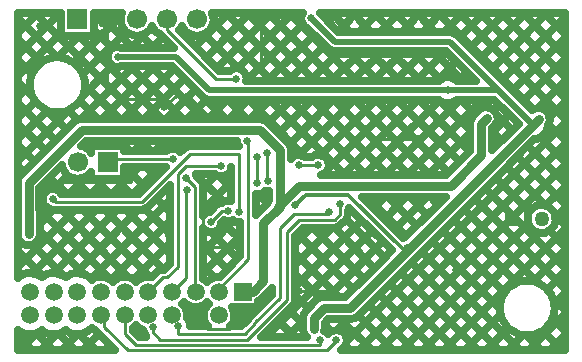
<source format=gbr>
G04 DipTrace 2.4.0.2*
%INBottom.gbr*%
%MOIN*%
%ADD14C,0.01*%
%ADD16C,0.02*%
%ADD18C,0.03*%
%ADD19C,0.012*%
%ADD20C,0.025*%
%ADD23C,0.05*%
%ADD24R,0.05X0.05*%
%ADD27R,0.0669X0.0669*%
%ADD28C,0.0669*%
%ADD29R,0.0591X0.0591*%
%ADD30C,0.0591*%
%FSLAX44Y44*%
G04*
G70*
G90*
G75*
G01*
%LNBottom*%
%LPD*%
X8827Y5077D2*
D14*
Y4897D1*
X9067Y4657D1*
X11977D1*
X13297Y5977D1*
Y8227D1*
X13717Y8647D1*
X14887D1*
X15067Y8827D1*
Y9187D1*
X14407Y4627D2*
Y4477D1*
X8257D1*
X7890Y4844D1*
Y5460D1*
X14947Y4627D2*
Y4597D1*
X14647Y4297D1*
X7987D1*
X7207Y5077D1*
Y5355D1*
X7103Y5460D1*
X11347Y8947D2*
X11137D1*
X10777Y8587D1*
X11707Y8917D2*
Y10837D1*
X10057D1*
X8467Y9247D1*
X5587D1*
X5497Y9337D1*
X9487Y10687D2*
X7447D1*
X7327Y10567D1*
X12637Y10867D2*
Y9937D1*
X12667D1*
X9307Y15337D2*
Y14977D1*
X10927Y13357D1*
X11617D1*
X12307Y10747D2*
Y9877D1*
X9465Y6247D2*
X9937Y6719D1*
Y9607D1*
X9967Y9637D1*
X11977Y11287D2*
X12007D1*
Y7327D1*
X10927Y6247D1*
X11040D1*
X13687Y10477D2*
X14347D1*
X11107Y10447D2*
X9937D1*
X9667Y10177D1*
Y7087D1*
X9307Y6727D1*
X9157D1*
X8677Y6247D1*
X9667Y5107D2*
Y4837D1*
X11887D1*
X12247Y5197D1*
Y5227D1*
X13057Y6037D1*
Y8377D1*
X13537Y8857D1*
X14647D1*
X14707Y8917D1*
X10252Y6247D2*
X10237D1*
Y9757D1*
X9937Y10057D1*
X14197Y5017D2*
D18*
Y5377D1*
X14527Y5707D1*
X15397D1*
X17377Y7687D1*
X17287D1*
X17317Y7717D1*
X17407D1*
X21503Y11813D1*
X21697Y12007D1*
X21503Y11813D2*
D16*
X20350Y12967D1*
X18730Y14587D1*
X14887D1*
X14107Y15367D1*
X7657Y14077D2*
X9607D1*
X10717Y12967D1*
X18667D1*
X20350D1*
X18667D2*
D3*
X17347Y7717D2*
D18*
X17377Y7687D1*
X17317Y7717D2*
D19*
Y7597D1*
X17227D1*
X15337Y9487D1*
X13927D1*
X13567Y9127D1*
X11827Y6247D2*
D18*
X12157D1*
X12517Y6607D1*
Y8527D1*
X13057Y9067D1*
X12997D1*
X13717Y9787D1*
X18757D1*
X19777Y10807D1*
Y11857D1*
X19957Y12037D1*
X13057Y9067D2*
Y10987D1*
X12397Y11647D1*
X6457D1*
X4687Y9877D1*
Y8167D1*
X17677Y11347D2*
D14*
X16207D1*
X15847Y11707D1*
X7307Y15337D2*
Y13197D1*
X7837Y12667D1*
X8947D1*
X9217Y12397D1*
X9607D1*
X9997Y12787D1*
X8107Y10417D2*
Y9907D1*
X5407D1*
X5227Y9727D1*
Y8917D1*
X20787Y8677D2*
X20647D1*
X18937Y6967D1*
Y6817D1*
X17767Y5647D1*
X12787Y6307D2*
X12674D1*
X11827Y5460D1*
X13687Y6277D2*
X14737D1*
X14947Y6067D1*
X12427Y15397D2*
X13627D1*
X14917Y14107D1*
X18697D1*
X18757Y14047D1*
X9997Y12787D2*
X9607D1*
X9217Y12397D1*
X12427Y15397D2*
Y13717D1*
X12787Y13357D1*
X12277Y12067D2*
X10717D1*
X9997Y12787D1*
X5227Y8917D2*
X8557D1*
X9367Y8107D1*
X10507Y8827D2*
Y8017D1*
X10777Y7747D1*
X11557D1*
X11737Y7567D1*
X10252Y5460D2*
Y5422D1*
X10657Y5017D1*
X11384D1*
X11827Y5460D1*
D20*
X9667Y5107D3*
X9937Y10057D3*
X11107Y10447D3*
X13687Y10477D3*
X14347D3*
X14947Y4627D3*
X19957Y12037D3*
X14197Y5017D3*
X21697Y12007D3*
X11977Y11287D3*
X8827Y5077D3*
X15067Y9187D3*
X14707Y8917D3*
X14407Y4627D3*
X9967Y9637D3*
X9487Y10687D3*
X10777Y8587D3*
X11347Y8947D3*
X5497Y9337D3*
X11707Y8917D3*
X4687Y8167D3*
X12307Y9877D3*
X12667Y9937D3*
X12307Y10747D3*
X12637Y10867D3*
X11617Y13357D3*
X7657Y14077D3*
X14107Y15367D3*
X18667Y12967D3*
X17347Y7717D3*
X13567Y9127D3*
X5077Y15097D3*
X20947Y14497D3*
X9217Y12397D3*
X15847Y11707D3*
X17677Y11347D3*
X9997Y12787D3*
X5227Y8917D3*
X8107Y10417D3*
X9367Y8107D3*
X18937Y6967D3*
X17767Y5647D3*
X12787Y6307D3*
X13687Y6277D3*
X14947Y6067D3*
X12427Y15397D3*
X12787Y13357D3*
X18757Y14047D3*
X12277Y12067D3*
X10507Y8827D3*
X10777Y7747D3*
X11737Y7567D3*
X17527Y12637D3*
X5011Y15534D2*
X4338Y14861D1*
X5719Y15534D2*
X4340Y14155D1*
X5739Y14848D2*
X4340Y13448D1*
X7133Y15534D2*
X6874Y15276D1*
X6369Y14771D2*
X5678Y14080D1*
X4715Y13116D2*
X4340Y12741D1*
X7756Y15450D2*
X6208Y13903D1*
X4891Y12586D2*
X4340Y12034D1*
X7921Y14909D2*
X6515Y13502D1*
X5292Y12279D2*
X4340Y11327D1*
X8562Y14842D2*
X8128Y14408D1*
X7479Y13760D2*
X6490Y12770D1*
X6024Y12304D2*
X4340Y10620D1*
X9151Y14724D2*
X8835Y14408D1*
X8170Y13743D2*
X6457Y12030D1*
X9990Y14856D2*
X9914Y14780D1*
X8877Y13743D2*
X7164Y12030D1*
X11375Y15534D2*
X10269Y14428D1*
X9523Y13682D2*
X7871Y12030D1*
X7107Y11265D2*
X6976Y11135D1*
X5963Y10122D2*
X5534Y9693D1*
X5140Y9299D2*
X5069Y9228D1*
X12083Y15534D2*
X10622Y14074D1*
X9877Y13329D2*
X8578Y12030D1*
X7814Y11265D2*
X7683Y11135D1*
X6758Y10210D2*
X6078Y9530D1*
X5518Y8970D2*
X5070Y8522D1*
X4424Y7876D2*
X4340Y7792D1*
X12790Y15534D2*
X10976Y13720D1*
X10231Y12975D2*
X9285Y12030D1*
X8521Y11265D2*
X8225Y10969D1*
X7256Y10000D2*
X6786Y9530D1*
X6220Y8965D2*
X4340Y7084D1*
X13497Y15534D2*
X11675Y13712D1*
X10609Y12647D2*
X9992Y12030D1*
X9228Y11265D2*
X8932Y10969D1*
X8366Y10404D2*
X7493Y9530D1*
X6927Y8965D2*
X4849Y6887D1*
X13816Y15146D2*
X11970Y13301D1*
X11305Y12635D2*
X10700Y12030D1*
X9935Y11265D2*
X9672Y11002D1*
X9073Y10404D2*
X8200Y9530D1*
X7634Y8965D2*
X5565Y6895D1*
X14911Y15534D2*
X14666Y15289D1*
X14186Y14809D2*
X12677Y13301D1*
X12012Y12635D2*
X11407Y12030D1*
X10642Y11265D2*
X10495Y11119D1*
X8341Y8965D2*
X6269Y6892D1*
X15618Y15534D2*
X15019Y14936D1*
X14539Y14456D2*
X13384Y13301D1*
X12719Y12635D2*
X12114Y12030D1*
X11349Y11265D2*
X11202Y11119D1*
X9385Y9302D2*
X6786Y6702D1*
X4930Y4846D2*
X4424Y4340D1*
X16325Y15534D2*
X15710Y14919D1*
X15045Y14254D2*
X14091Y13301D1*
X13426Y12635D2*
X12694Y11903D1*
X10924Y10133D2*
X10520Y9729D1*
X9385Y8594D2*
X7448Y6658D1*
X5609Y4819D2*
X5131Y4340D1*
X17032Y15534D2*
X16417Y14919D1*
X15752Y14254D2*
X14799Y13301D1*
X14133Y12635D2*
X13047Y11549D1*
X11424Y9926D2*
X10520Y9022D1*
X9385Y7887D2*
X8189Y6691D1*
X6311Y4813D2*
X5838Y4340D1*
X17739Y15534D2*
X17124Y14919D1*
X16459Y14254D2*
X15506Y13301D1*
X14841Y12635D2*
X13393Y11188D1*
X9385Y7180D2*
X9213Y7008D1*
X7040Y4835D2*
X6545Y4340D1*
X18446Y15534D2*
X17831Y14919D1*
X17166Y14254D2*
X16213Y13301D1*
X15548Y12635D2*
X13743Y10831D1*
X12404Y9492D2*
X12291Y9378D1*
X11518Y8606D2*
X10520Y7608D1*
X7394Y4482D2*
X7252Y4340D1*
X19154Y15534D2*
X18538Y14919D1*
X17873Y14254D2*
X16920Y13301D1*
X16255Y12635D2*
X14445Y10826D1*
X11725Y8106D2*
X10520Y6901D1*
X8512Y4893D2*
X8382Y4763D1*
X19861Y15534D2*
X19060Y14734D1*
X18580Y14254D2*
X17627Y13301D1*
X16962Y12635D2*
X14669Y10342D1*
X10073Y5747D2*
X9965Y5638D1*
X20568Y15534D2*
X19414Y14381D1*
X18934Y13901D2*
X18334Y13301D1*
X17669Y12635D2*
X15202Y10168D1*
X10512Y5479D2*
X10153Y5119D1*
X21275Y15534D2*
X19768Y14027D1*
X19288Y13547D2*
X19041Y13301D1*
X18362Y12622D2*
X15909Y10168D1*
X14106Y8365D2*
X13580Y7840D1*
X21982Y15534D2*
X20121Y13673D1*
X19083Y12635D2*
X16616Y10168D1*
X15423Y8976D2*
X15352Y8904D1*
X14813Y8365D2*
X13580Y7133D1*
X12774Y6327D2*
X12354Y5906D1*
X12167Y5719D2*
X11567Y5119D1*
X22534Y15380D2*
X20477Y13323D1*
X19790Y12635D2*
X17323Y10168D1*
X16558Y9404D2*
X16202Y9047D1*
X15777Y8622D2*
X13580Y6426D1*
X22534Y14672D2*
X20831Y12969D1*
X20348Y12486D2*
X20201Y12339D1*
X19395Y11533D2*
X18030Y10168D1*
X17266Y9404D2*
X16555Y8693D1*
X16130Y8268D2*
X12622Y4760D1*
X22534Y13965D2*
X21184Y12615D1*
X20702Y12133D2*
X20160Y11591D1*
X17973Y9404D2*
X16909Y8340D1*
X16484Y7915D2*
X14658Y6089D1*
X13816Y5247D2*
X13329Y4760D1*
X22534Y13258D2*
X21662Y12386D1*
X22534Y12551D2*
X22074Y12091D1*
X15307Y5324D2*
X14967Y4984D1*
X22534Y11844D2*
X15304Y4614D1*
X22534Y11137D2*
X15738Y4340D1*
X22534Y10430D2*
X16445Y4340D1*
X22534Y9723D2*
X21950Y9138D1*
X21326Y8514D2*
X17152Y4340D1*
X22534Y9016D2*
X22267Y8748D1*
X21715Y8197D2*
X17859Y4340D1*
X22534Y8308D2*
X18566Y4340D1*
X22534Y7601D2*
X21546Y6613D1*
X20401Y5468D2*
X19273Y4340D1*
X22534Y6894D2*
X21991Y6351D1*
X20663Y5023D2*
X19980Y4340D1*
X22534Y6187D2*
X22226Y5879D1*
X21135Y4788D2*
X20687Y4340D1*
X22534Y5480D2*
X21394Y4340D1*
X22534Y4773D2*
X22102Y4340D1*
X21863Y15534D2*
X22536Y14861D1*
X21155Y15534D2*
X22536Y14154D1*
X20448Y15534D2*
X22534Y13448D1*
X19741Y15534D2*
X22534Y12741D1*
X19034Y15534D2*
X22534Y12034D1*
X18327Y15534D2*
X21511Y12350D1*
X22038Y11823D2*
X22534Y11327D1*
X17620Y15534D2*
X18235Y14919D1*
X21773Y11381D2*
X22534Y10620D1*
X16913Y15534D2*
X17528Y14919D1*
X18193Y14254D2*
X19147Y13301D1*
X19812Y12635D2*
X20042Y12406D1*
X20325Y12122D2*
X20793Y11654D1*
X21345Y11102D2*
X22534Y9913D1*
X16206Y15534D2*
X16821Y14919D1*
X17486Y14254D2*
X18401Y13339D1*
X19105Y12635D2*
X19555Y12185D1*
X20160Y11580D2*
X20439Y11301D1*
X20991Y10749D2*
X22534Y9206D1*
X15499Y15534D2*
X16114Y14919D1*
X16779Y14254D2*
X17732Y13301D1*
X18450Y12583D2*
X19395Y11638D1*
X20638Y10395D2*
X21889Y9144D1*
X22253Y8780D2*
X22534Y8499D1*
X14792Y15534D2*
X15407Y14919D1*
X16072Y14254D2*
X17025Y13301D1*
X17690Y12635D2*
X19373Y10953D1*
X20284Y10042D2*
X21378Y8947D1*
X22057Y8269D2*
X22534Y7792D1*
X15365Y14254D2*
X16318Y13301D1*
X16983Y12635D2*
X19020Y10599D1*
X19930Y9688D2*
X22534Y7084D1*
X13377Y15534D2*
X15611Y13301D1*
X16276Y12635D2*
X18666Y10246D1*
X19577Y9335D2*
X22534Y6377D1*
X12670Y15534D2*
X14904Y13301D1*
X15569Y12635D2*
X18036Y10168D1*
X19223Y8981D2*
X21632Y6572D1*
X22173Y6031D2*
X22534Y5670D1*
X11963Y15534D2*
X14197Y13301D1*
X14862Y12635D2*
X17329Y10168D1*
X18094Y9404D2*
X18318Y9179D1*
X18870Y8628D2*
X20931Y6567D1*
X22168Y5330D2*
X22534Y4963D1*
X11256Y15534D2*
X13490Y13301D1*
X14155Y12635D2*
X16622Y10168D1*
X17387Y9404D2*
X17964Y8826D1*
X18516Y8274D2*
X20541Y6249D1*
X21850Y4940D2*
X22450Y4340D1*
X10865Y15218D2*
X12783Y13301D1*
X13448Y12635D2*
X15915Y10168D1*
X16679Y9404D2*
X17611Y8472D1*
X18163Y7921D2*
X20376Y5707D1*
X21309Y4774D2*
X21743Y4340D1*
X10556Y14820D2*
X11669Y13707D1*
X11967Y13409D2*
X12075Y13301D1*
X12741Y12635D2*
X15208Y10168D1*
X15972Y9404D2*
X17257Y8119D1*
X17809Y7567D2*
X21036Y4340D1*
X9724Y14945D2*
X11029Y13640D1*
X12034Y12635D2*
X13910Y10759D1*
X17456Y7213D2*
X20329Y4340D1*
X11326Y12635D2*
X11932Y12030D1*
X15304Y8658D2*
X16550Y7412D1*
X17102Y6860D2*
X19622Y4340D1*
X8468Y14787D2*
X8847Y14408D1*
X10581Y12674D2*
X11225Y12030D1*
X14890Y8365D2*
X16197Y7058D1*
X16748Y6506D2*
X18915Y4340D1*
X7013Y15534D2*
X8139Y14408D1*
X8805Y13743D2*
X10518Y12030D1*
X11282Y11265D2*
X11429Y11119D1*
X14182Y8365D2*
X15843Y6705D1*
X16395Y6153D2*
X18207Y4340D1*
X6874Y14967D2*
X7457Y14383D1*
X8097Y13743D2*
X9811Y12030D1*
X10575Y11265D2*
X10722Y11119D1*
X12365Y9476D2*
X12636Y9204D1*
X13660Y8180D2*
X15490Y6351D1*
X16041Y5799D2*
X17500Y4340D1*
X5599Y15534D2*
X5739Y15394D1*
X6363Y14771D2*
X9103Y12030D1*
X9868Y11265D2*
X10015Y11119D1*
X11031Y10103D2*
X11424Y9710D1*
X13580Y7553D2*
X15045Y6089D1*
X15688Y5446D2*
X16793Y4340D1*
X4892Y15534D2*
X8396Y12030D1*
X9161Y11265D2*
X9391Y11036D1*
X10277Y10150D2*
X11164Y9262D1*
X13580Y6846D2*
X14365Y6061D1*
X15102Y5324D2*
X16086Y4340D1*
X4340Y15380D2*
X5640Y14079D1*
X6578Y13141D2*
X7689Y12030D1*
X8454Y11265D2*
X8750Y10969D1*
X10520Y9199D2*
X10750Y8969D1*
X11161Y8558D2*
X11725Y7994D1*
X13580Y6139D2*
X13995Y5724D1*
X14580Y5139D2*
X14774Y4945D1*
X15265Y4454D2*
X15379Y4340D1*
X4340Y14672D2*
X5101Y13911D1*
X6413Y12599D2*
X6982Y12030D1*
X7747Y11265D2*
X8043Y10969D1*
X8609Y10404D2*
X8910Y10102D1*
X9321Y9691D2*
X9383Y9629D1*
X10782Y8230D2*
X11642Y7370D1*
X13370Y5642D2*
X13816Y5196D1*
X4340Y13965D2*
X4786Y13519D1*
X6020Y12285D2*
X6303Y12002D1*
X7040Y11265D2*
X7170Y11135D1*
X7901Y10404D2*
X8557Y9748D1*
X8968Y9337D2*
X9385Y8920D1*
X10520Y7785D2*
X11288Y7017D1*
X12379Y5926D2*
X12457Y5848D1*
X13017Y5288D2*
X13545Y4760D1*
X4340Y13258D2*
X4784Y12814D1*
X5313Y12285D2*
X5927Y11671D1*
X7598Y10000D2*
X8068Y9530D1*
X8606Y8992D2*
X9385Y8213D1*
X10520Y7078D2*
X10852Y6746D1*
X11879Y5719D2*
X12103Y5495D1*
X12663Y4935D2*
X12838Y4760D1*
X4340Y12551D2*
X5574Y11317D1*
X6891Y10000D2*
X7361Y9530D1*
X7926Y8964D2*
X9385Y7506D1*
X11556Y5335D2*
X11766Y5125D1*
X4340Y11844D2*
X5220Y10964D1*
X6148Y10036D2*
X6654Y9530D1*
X7219Y8964D2*
X9175Y7008D1*
X10437Y5747D2*
X10540Y5644D1*
X4340Y11137D2*
X4866Y10610D1*
X5418Y10058D2*
X5946Y9530D1*
X6512Y8964D2*
X8703Y6774D1*
X9990Y5487D2*
X10358Y5119D1*
X4340Y10430D2*
X4513Y10257D1*
X5070Y9699D2*
X5209Y9561D1*
X5805Y8964D2*
X8015Y6754D1*
X5070Y8992D2*
X7386Y6677D1*
X5070Y8285D2*
X6491Y6865D1*
X8272Y5084D2*
X8593Y4763D1*
X4838Y7810D2*
X5858Y6790D1*
X4340Y7601D2*
X5156Y6785D1*
X4340Y6894D2*
X4419Y6815D1*
X6415Y4819D2*
X6894Y4340D1*
X5697Y4830D2*
X6187Y4340D1*
X4971Y4849D2*
X5480Y4340D1*
X4340Y4773D2*
X4773Y4340D1*
X22235Y8554D2*
X22186Y8439D1*
X22109Y8341D1*
X22008Y8268D1*
X21892Y8224D1*
X21767Y8212D1*
X21645Y8234D1*
X21532Y8288D1*
X21438Y8370D1*
X21369Y8473D1*
X21330Y8592D1*
X21324Y8716D1*
X21351Y8838D1*
X21409Y8948D1*
X21495Y9039D1*
X21601Y9103D1*
X21721Y9137D1*
X21846Y9138D1*
X21966Y9106D1*
X22074Y9043D1*
X22161Y8954D1*
X22221Y8845D1*
X22250Y8724D1*
X22252Y8677D1*
X22235Y8554D1*
X6857Y15555D2*
Y14787D1*
X5757D1*
Y15549D1*
X4677Y15552D1*
X4322D1*
Y6720D1*
X4412Y6785D1*
X4525Y6839D1*
X4646Y6870D1*
X4770Y6877D1*
X4894Y6858D1*
X5011Y6816D1*
X5132Y6738D1*
X5200Y6785D1*
X5312Y6839D1*
X5433Y6870D1*
X5558Y6877D1*
X5681Y6858D1*
X5799Y6816D1*
X5920Y6738D1*
X5987Y6785D1*
X6100Y6839D1*
X6220Y6870D1*
X6345Y6877D1*
X6469Y6858D1*
X6586Y6816D1*
X6693Y6752D1*
X6796Y6652D1*
X6837Y6683D1*
X6950Y6734D1*
X7073Y6756D1*
X7197Y6748D1*
X7316Y6710D1*
X7422Y6645D1*
X7496Y6569D1*
X7526Y6605D1*
X7624Y6683D1*
X7738Y6734D1*
X7860Y6756D1*
X7985Y6748D1*
X8104Y6710D1*
X8210Y6645D1*
X8283Y6569D1*
X8314Y6605D1*
X8412Y6683D1*
X8525Y6734D1*
X8648Y6756D1*
X8798Y6740D1*
X8970Y6914D1*
X9079Y6979D1*
X9157Y6992D1*
X9198D1*
X9404Y7199D1*
X9402Y8712D1*
Y9810D1*
X8654Y9060D1*
X8548Y8995D1*
X8467Y8982D1*
X5533Y8988D1*
X5407Y9009D1*
X5295Y9063D1*
X5210Y9154D1*
X5164Y9269D1*
X5162Y9394D1*
X5205Y9510D1*
X5286Y9604D1*
X5396Y9662D1*
X5520Y9676D1*
X5640Y9645D1*
X5741Y9573D1*
X5782Y9512D1*
X8357D1*
X9266Y10420D1*
X7874Y10422D1*
X7877Y10017D1*
X6777D1*
Y10256D1*
X6754Y10220D1*
X6664Y10133D1*
X6558Y10068D1*
X6440Y10029D1*
X6315Y10017D1*
X6192Y10034D1*
X6075Y10078D1*
X5971Y10148D1*
X5886Y10239D1*
X5823Y10347D1*
X5788Y10462D1*
X5050Y9723D1*
X5052Y8167D1*
X5031Y8044D1*
X4970Y7936D1*
X4876Y7855D1*
X4760Y7809D1*
X4636Y7806D1*
X4517Y7844D1*
X4419Y7920D1*
X4351Y8024D1*
X4322Y8167D1*
Y9877D1*
X4343Y10000D1*
X4414Y10119D1*
X6199Y11905D1*
X6301Y11977D1*
X6435Y12011D1*
X12397Y12012D1*
X12520Y11991D1*
X12639Y11920D1*
X13315Y11245D1*
X13387Y11143D1*
X13421Y11009D1*
X13422Y10686D1*
X13476Y10744D1*
X13586Y10802D1*
X13710Y10816D1*
X13830Y10785D1*
X13890Y10743D1*
X14136Y10744D1*
X14246Y10802D1*
X14370Y10816D1*
X14490Y10785D1*
X14591Y10713D1*
X14660Y10610D1*
X14687Y10477D1*
X14664Y10355D1*
X14599Y10249D1*
X14500Y10174D1*
X14429Y10153D1*
X18604Y10152D1*
X19413Y10959D1*
X19412Y11857D1*
X19433Y11980D1*
X19504Y12099D1*
X19699Y12295D1*
X19801Y12367D1*
X19920Y12400D1*
X20044Y12391D1*
X20158Y12341D1*
X20249Y12256D1*
X20306Y12145D1*
X20322Y12022D1*
X20295Y11900D1*
X20215Y11779D1*
X20141Y11704D1*
X20142Y10970D1*
X21019Y11845D1*
X20927Y11944D1*
X20217Y12654D1*
X18963Y12652D1*
X18845Y12570D1*
X18725Y12536D1*
X18601Y12537D1*
X18481Y12574D1*
X18370Y12651D1*
X10717Y12652D1*
X10595Y12676D1*
X10494Y12744D1*
X9475Y13763D1*
X7783Y13762D1*
X7691Y13739D1*
X7567Y13749D1*
X7455Y13803D1*
X7370Y13894D1*
X7324Y14009D1*
X7322Y14134D1*
X7365Y14250D1*
X7446Y14344D1*
X7556Y14402D1*
X7680Y14416D1*
X7774Y14392D1*
X9520D1*
X9119Y14790D1*
X9055Y14848D1*
X8951Y14918D1*
X8866Y15009D1*
X8805Y15113D1*
X8734Y14990D1*
X8644Y14903D1*
X8538Y14838D1*
X8420Y14799D1*
X8295Y14787D1*
X8172Y14804D1*
X8055Y14848D1*
X7951Y14918D1*
X7866Y15009D1*
X7803Y15117D1*
X7767Y15236D1*
X7758Y15360D1*
X7777Y15483D1*
X7805Y15552D1*
X6853D1*
X9807Y15114D2*
X9734Y14990D1*
X9703Y14960D1*
X10290Y14369D1*
X11038Y13620D1*
X11406Y13624D1*
X11516Y13682D1*
X11640Y13696D1*
X11760Y13665D1*
X11861Y13593D1*
X11930Y13490D1*
X11957Y13357D1*
X11944Y13284D1*
X12967Y13282D1*
X18369D1*
X18497Y13367D1*
X18617Y13399D1*
X18742Y13396D1*
X18860Y13357D1*
X18965Y13283D1*
X19593Y13282D1*
X18599Y14272D1*
X14887D1*
X14765Y14296D1*
X14664Y14364D1*
X13976Y15052D1*
X13905Y15093D1*
X13820Y15184D1*
X13774Y15299D1*
X13772Y15424D1*
X13827Y15555D1*
X13177Y15552D1*
X10814D1*
X10851Y15415D1*
X10857Y15337D1*
X10843Y15213D1*
X10801Y15096D1*
X10734Y14990D1*
X10644Y14903D1*
X10538Y14838D1*
X10420Y14799D1*
X10295Y14787D1*
X10172Y14804D1*
X10055Y14848D1*
X9951Y14918D1*
X9866Y15009D1*
X9805Y15113D1*
X12337Y5933D2*
Y5737D1*
X11466D1*
X11509Y5660D1*
X11543Y5540D1*
X11550Y5460D1*
X11535Y5336D1*
X11490Y5219D1*
X11398Y5100D1*
X11780Y5102D1*
X12001Y5325D1*
X12041Y5393D1*
X12792Y6146D1*
X12790Y6365D1*
X12401Y5976D1*
X10718Y5855D2*
X10645Y5925D1*
X10536Y5823D1*
X10425Y5767D1*
X10304Y5739D1*
X10179Y5742D1*
X10059Y5775D1*
X9950Y5836D1*
X9857Y5925D1*
X9787Y5856D1*
X9871Y5768D1*
X9934Y5660D1*
X9969Y5540D1*
X9975Y5460D1*
X9966Y5386D1*
X10029Y5300D1*
X10070Y5183D1*
X10076Y5103D1*
X10679Y5102D1*
X10647Y5134D1*
X10579Y5239D1*
X10540Y5357D1*
X10530Y5482D1*
X10550Y5605D1*
X10600Y5719D1*
X10676Y5818D1*
X10716Y5849D1*
X10650Y6571D2*
X10676Y6605D1*
X10774Y6683D1*
X10887Y6734D1*
X11010Y6756D1*
X11061Y6753D1*
X11742Y7437D1*
X11741Y8579D1*
X11617Y8589D1*
X11500Y8644D1*
X11381Y8609D1*
X11257Y8619D1*
X11205Y8645D1*
X11117Y8552D1*
X11094Y8465D1*
X11029Y8359D1*
X10930Y8284D1*
X10811Y8249D1*
X10687Y8259D1*
X10575Y8313D1*
X10504Y8390D1*
X10502Y6691D1*
X10572Y6645D1*
X10645Y6569D1*
X5131Y4969D2*
X5085Y4932D1*
X4975Y4874D1*
X4855Y4840D1*
X4730Y4829D1*
X4606Y4844D1*
X4488Y4882D1*
X4379Y4943D1*
X4323Y4992D1*
X4322Y4322D1*
X7584D1*
X7018Y4893D1*
X6909Y4987D1*
X6798Y5051D1*
X6660Y4932D1*
X6549Y4874D1*
X6430Y4840D1*
X6305Y4829D1*
X6181Y4844D1*
X6063Y4882D1*
X5954Y4943D1*
X5921Y4971D1*
X5873Y4932D1*
X5762Y4874D1*
X5642Y4840D1*
X5518Y4829D1*
X5394Y4844D1*
X5275Y4882D1*
X5166Y4943D1*
X5134Y4971D1*
X8284Y5140D2*
X8174Y5036D1*
X8157Y5027D1*
X8155Y4956D1*
X8367Y4741D1*
X8612Y4742D1*
X8540Y4894D1*
X8507Y4977D1*
X8375Y5048D1*
X8282Y5137D1*
X6902Y11117D2*
X7877D1*
Y10949D1*
X8697Y10952D1*
X9276Y10954D1*
X9386Y11012D1*
X9510Y11026D1*
X9630Y10995D1*
X9731Y10923D1*
X9746Y10901D1*
X9870Y11024D1*
X9976Y11089D1*
X10057Y11102D1*
X11690Y11104D1*
X11644Y11219D1*
X11643Y11285D1*
X10522Y11282D1*
X6612D1*
X6431Y11104D1*
X6485Y11094D1*
X6599Y11044D1*
X6700Y10971D1*
X6779Y10879D1*
X6777Y11117D1*
X6902D1*
X11442Y10420D2*
X11424Y10325D1*
X11359Y10219D1*
X11260Y10144D1*
X11141Y10109D1*
X11017Y10119D1*
X10897Y10182D1*
X10252D1*
X10301Y10068D1*
X10424Y9944D1*
X10489Y9838D1*
X10502Y9757D1*
Y8784D1*
X10566Y8854D1*
X10676Y8912D1*
X10734Y8919D1*
X10950Y9134D1*
X11058Y9200D1*
X11136Y9214D1*
X11246Y9272D1*
X11370Y9286D1*
X11441Y9268D1*
X11442Y10390D1*
X15264Y4505D2*
X15199Y4399D1*
X15097Y4322D1*
X22552D1*
Y15552D1*
X14392D1*
X14421Y15496D1*
X15018Y14902D1*
X18730D1*
X18851Y14878D1*
X18952Y14810D1*
X21468Y12297D1*
X21541Y12337D1*
X21660Y12370D1*
X21784Y12361D1*
X21898Y12311D1*
X21989Y12226D1*
X22046Y12115D1*
X22062Y11992D1*
X22035Y11870D1*
X21988Y11794D1*
X21972Y11690D1*
X21925Y11574D1*
X21850Y11475D1*
X21753Y11397D1*
X21638Y11348D1*
X21534Y11331D1*
X20259Y10053D1*
X15655Y5449D1*
X15553Y5377D1*
X15419Y5343D1*
X14674Y5342D1*
X14561Y5225D1*
X14562Y5017D1*
X14548Y4937D1*
X14651Y4863D1*
X14675Y4828D1*
X14736Y4894D1*
X14846Y4952D1*
X14970Y4966D1*
X15090Y4935D1*
X15191Y4863D1*
X15260Y4760D1*
X15287Y4627D1*
X15264Y4505D1*
X22213Y5582D2*
X22188Y5460D1*
X22146Y5342D1*
X22089Y5232D1*
X22017Y5129D1*
X21931Y5038D1*
X21835Y4959D1*
X21728Y4895D1*
X21613Y4845D1*
X21493Y4811D1*
X21369Y4794D1*
X21244D1*
X21121Y4811D1*
X21000Y4845D1*
X20886Y4895D1*
X20779Y4960D1*
X20682Y5039D1*
X20597Y5130D1*
X20525Y5232D1*
X20468Y5343D1*
X20426Y5461D1*
X20400Y5583D1*
X20392Y5707D1*
X20401Y5832D1*
X20426Y5954D1*
X20468Y6072D1*
X20525Y6183D1*
X20598Y6285D1*
X20683Y6376D1*
X20780Y6455D1*
X20887Y6520D1*
X21001Y6569D1*
X21121Y6603D1*
X21245Y6620D1*
X21370D1*
X21494Y6603D1*
X21614Y6569D1*
X21729Y6519D1*
X21835Y6454D1*
X21932Y6375D1*
X22017Y6284D1*
X22089Y6182D1*
X22147Y6071D1*
X22188Y5953D1*
X22214Y5831D1*
X22222Y5707D1*
X22213Y5582D1*
X6553Y13022D2*
X6528Y12900D1*
X6486Y12782D1*
X6429Y12672D1*
X6357Y12569D1*
X6271Y12478D1*
X6175Y12399D1*
X6068Y12335D1*
X5953Y12285D1*
X5833Y12251D1*
X5709Y12234D1*
X5584D1*
X5461Y12251D1*
X5340Y12285D1*
X5226Y12335D1*
X5119Y12400D1*
X5022Y12479D1*
X4937Y12570D1*
X4865Y12672D1*
X4808Y12783D1*
X4766Y12901D1*
X4740Y13023D1*
X4732Y13147D1*
X4741Y13272D1*
X4766Y13394D1*
X4808Y13512D1*
X4865Y13623D1*
X4938Y13725D1*
X5023Y13816D1*
X5120Y13895D1*
X5227Y13960D1*
X5341Y14009D1*
X5461Y14043D1*
X5585Y14060D1*
X5710D1*
X5834Y14043D1*
X5954Y14009D1*
X6069Y13959D1*
X6175Y13894D1*
X6272Y13815D1*
X6357Y13724D1*
X6429Y13622D1*
X6487Y13511D1*
X6528Y13393D1*
X6554Y13271D1*
X6562Y13147D1*
X6553Y13022D1*
X13396Y5701D2*
X12438Y4743D1*
X13956Y4742D1*
X13929Y4770D1*
X13861Y4874D1*
X13832Y5017D1*
Y5377D1*
X13853Y5500D1*
X13924Y5619D1*
X14269Y5965D1*
X14371Y6037D1*
X14505Y6071D1*
X15250Y6072D1*
X16288Y7114D1*
X16804Y7631D1*
X15378Y9057D1*
X15332Y8937D1*
Y8827D1*
X15303Y8706D1*
X15254Y8640D1*
X15074Y8460D1*
X14968Y8395D1*
X14887Y8382D1*
X13828D1*
X13559Y8114D1*
X13562Y7477D1*
Y5977D1*
X13533Y5856D1*
X13484Y5790D1*
X13396Y5701D1*
X12577Y9609D2*
X12523Y9559D1*
X12410Y9506D1*
X12275Y9495D1*
X12272Y8799D1*
X12648Y9175D1*
X12681Y9249D1*
X12692Y9317D1*
Y9594D1*
X17251Y8077D2*
X18594Y9420D1*
X16382Y9422D1*
X15797Y9416D1*
X17164Y8049D1*
X17195Y8061D1*
D23*
X21787Y8677D3*
D24*
X20787D3*
D27*
X6307Y15337D3*
D28*
X7307D3*
X8307D3*
X9307D3*
X10307D3*
D29*
X11827Y6247D3*
D30*
X11040D3*
X10252D3*
X9465D3*
X8677D3*
X7890D3*
X7103D3*
X6315D3*
X5528D3*
X4740D3*
Y5460D3*
X5528D3*
X6315D3*
X7103D3*
X7890D3*
X8677D3*
X9465D3*
X10252D3*
X11040D3*
X11827D3*
D27*
X7327Y10567D3*
D28*
X6327D3*
M02*

</source>
